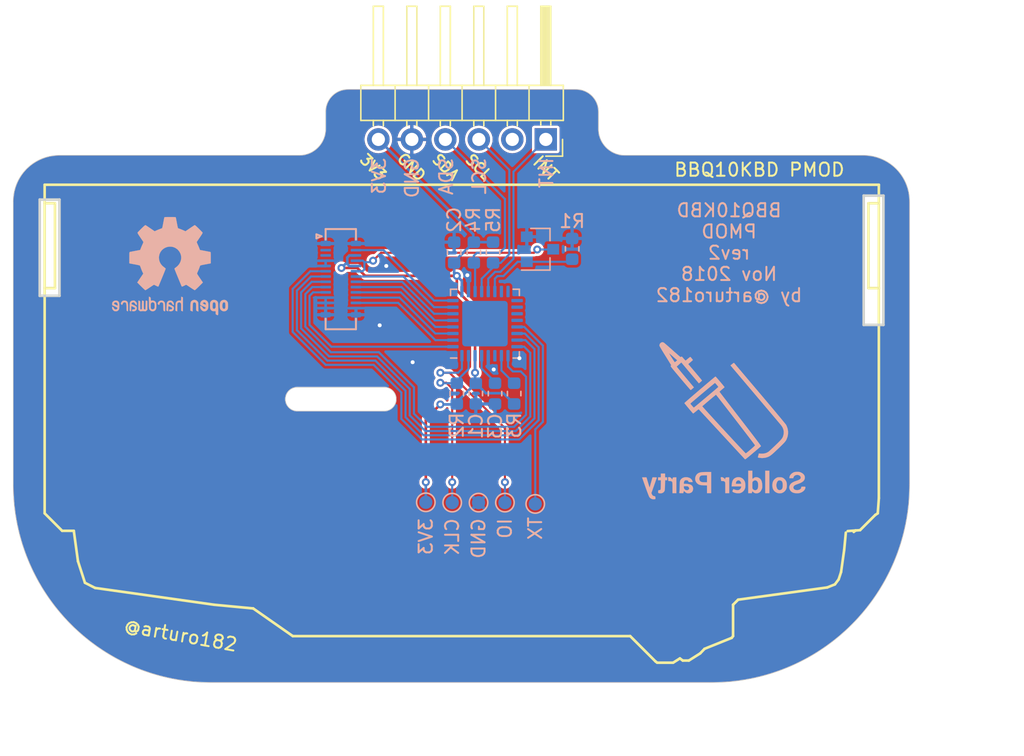
<source format=kicad_pcb>
(kicad_pcb (version 20221018) (generator pcbnew)
  (layers (0 "F.Cu" signal) (31 "B.Cu" signal) (34 "B.Paste" user) (35 "F.Paste" user) (36 "B.SilkS" user "B.Silkscreen") (37 "F.SilkS" user "F.Silkscreen") (38 "B.Mask" user) (39 "F.Mask" user) (44 "Edge.Cuts" user))
  (net 0 "")
  (net 1 "GND")
  (net 2 "+3V3")
  (net 3 "Net-(C3-Pad1)")
  (net 4 "/SDA")
  (net 5 "/SCL")
  (net 6 "Net-(J1-Pad2)")
  (net 7 "/INT")
  (net 8 "Net-(Q1-Pad3)")
  (net 9 "/BL_CTRL")
  (net 10 "Net-(R2-Pad1)")
  (net 11 "/~{RESET}")
  (net 12 "Net-(TP2-Pad1)")
  (net 13 "/ROW3")
  (net 14 "/ROW7")
  (net 15 "/ROW6")
  (net 16 "/ROW5")
  (net 17 "/ROW4")
  (net 18 "/COL5")
  (net 19 "/COL4")
  (net 20 "/COL3")
  (net 21 "/COL2")
  (net 22 "/ROW2")
  (net 23 "/COL1")
  (net 24 "/ROW1")
  (net 25 "Net-(U1-Pad3)")
  (net 26 "Net-(U1-Pad2)")
  (net 27 "Net-(U2-Pad20)")
  (net 28 "Net-(U2-Pad19)")
  (net 29 "Net-(U2-Pad18)")
  (net 30 "Net-(U2-Pad17)")
  (net 31 "Net-(U2-Pad16)")
  (net 32 "Net-(U2-Pad15)")
  (net 33 "Net-(U2-Pad27)")
  (net 34 "/UART_TX")
  (footprint "Connector_PinHeader_2.54mm_Extra:PMODPinHeader_1x06_P2.54mm_Horizontal" (layer "F.Cu") (at 154.4 80.8 -90)
    (fp_text reference "J1" hide)
    (fp_text value "PMOD")
    (pad "1" thru_hole rect (at 0 0 270) (size 1.7 1.7) (drill 1) (layers "*.Cu" "*.Mask") (net 7 "/INT"))
    (pad "2" thru_hole oval (at 0 2.54 270) (size 1.7 1.7) (drill 1) (layers "*.Cu" "*.Mask") (net 6 "Net-(J1-Pad2)"))
    (pad "3" thru_hole oval (at 0 5.08 270) (size 1.7 1.7) (drill 1) (layers "*.Cu" "*.Mask") (net 5 "/SCL"))
    (pad "4" thru_hole oval (at 0 7.62 270) (size 1.7 1.7) (drill 1) (layers "*.Cu" "*.Mask") (net 4 "/SDA"))
    (pad "5" thru_hole oval (at 0 10.16 270) (size 1.7 1.7) (drill 1) (layers "*.Cu" "*.Mask") (net 1 "GND"))
    (pad "6" thru_hole oval (at 0 12.7 270) (size 1.7 1.7) (drill 1) (layers "*.Cu" "*.Mask") (net 2 "+3V3"))
  )
  (footprint "Keyboard:BBQ10KBD" (layer "F.Cu") (at 148 101.3)
    (fp_text reference "REF**" hide)
    (fp_text value "BBQ10KBD")
    (fp_line (start -31.98798 -15.936106) (end -31.98798 -8.636106) (stroke (width 0.2)) (layer "Edge.Cuts"))
    (fp_line (start -31.98798 -8.636106) (end -30.48798 -8.636106) (stroke (width 0.2)) (layer "Edge.Cuts"))
    (fp_line (start -30.48798 -15.936106) (end -31.98798 -15.936106) (stroke (width 0.2)) (layer "Edge.Cuts"))
    (fp_line (start -30.48798 -8.636106) (end -30.48798 -15.936106) (stroke (width 0.2)) (layer "Edge.Cuts"))
    (fp_line (start 30.51202 -16.236106) (end 30.51202 -6.43) (stroke (width 0.2)) (layer "Edge.Cuts"))
    (fp_line (start 30.51202 -6.43) (end 32.01202 -6.43) (stroke (width 0.2)) (layer "Edge.Cuts"))
    (fp_line (start 32.01202 -16.236106) (end 30.51202 -16.236106) (stroke (width 0.2)) (layer "Edge.Cuts"))
    (fp_line (start 32.01202 -6.43) (end 32.01202 -16.236106) (stroke (width 0.2)) (layer "Edge.Cuts"))
  )
  (footprint "Capacitor_SMD:C_0603_1608Metric" (layer "B.Cu") (at 149.090697 100.07887 -90)
    (fp_text reference "C1" (at 2.47113 -0.009303 270) (layer "B.SilkS") (effects (justify mirror)))
    (fp_text value "0.1uF")
    (pad "1" smd roundrect (at -0.7875 0 270) (size 0.875 0.95) (layers "B.Cu" "B.Paste" "B.Mask") (net 2 "+3V3"))
    (pad "2" smd roundrect (at 0.7875 0 270) (size 0.875 0.95) (layers "B.Cu" "B.Paste" "B.Mask") (net 1 "GND"))
  )
  (footprint "Capacitor_SMD:C_0603_1608Metric" (layer "B.Cu") (at 147.45 89.37887 90)
    (fp_text reference "C2" (at 2.47887 0 90) (layer "B.SilkS") (effects (justify mirror)))
    (fp_text value "4.7uF")
    (pad "1" smd roundrect (at -0.7875 0 90) (size 0.875 0.95) (layers "B.Cu" "B.Paste" "B.Mask") (net 2 "+3V3"))
    (pad "2" smd roundrect (at 0.7875 0 90) (size 0.875 0.95) (layers "B.Cu" "B.Paste" "B.Mask") (net 1 "GND"))
  )
  (footprint "Capacitor_SMD:C_0603_1608Metric" (layer "B.Cu") (at 150.55 100.07887 -90)
    (fp_text reference "C3" (at 2.47113 -0.009303 270) (layer "B.SilkS") (effects (justify mirror)))
    (fp_text value "1uF")
    (pad "1" smd roundrect (at -0.7875 0 270) (size 0.875 0.95) (layers "B.Cu" "B.Paste" "B.Mask") (net 3 "Net-(C3-Pad1)"))
    (pad "2" smd roundrect (at 0.7875 0 270) (size 0.875 0.95) (layers "B.Cu" "B.Paste" "B.Mask") (net 1 "GND"))
  )
  (footprint "Package_TO_SOT_SMD:SOT-23" (layer "B.Cu") (at 153.959769 89.132639)
    (fp_text reference "Q1" hide)
    (fp_text value "BSS138")
    (pad "1" smd rect (at -1 0.95) (size 0.9 0.8) (layers "B.Cu" "B.Paste" "B.Mask") (net 9 "/BL_CTRL"))
    (pad "2" smd rect (at -1 -0.95) (size 0.9 0.8) (layers "B.Cu" "B.Paste" "B.Mask") (net 1 "GND"))
    (pad "3" smd rect (at 1 0) (size 0.9 0.8) (layers "B.Cu" "B.Paste" "B.Mask") (net 8 "Net-(Q1-Pad3)"))
  )
  (footprint "Resistor_SMD:R_0603_1608Metric" (layer "B.Cu") (at 147.65 100.07887 -90)
    (fp_text reference "R2" (at 2.42113 0 270) (layer "B.SilkS") (effects (justify mirror)))
    (fp_text value "1K")
    (pad "1" smd roundrect (at -0.7875 0 270) (size 0.875 0.95) (layers "B.Cu" "B.Paste" "B.Mask") (net 10 "Net-(R2-Pad1)"))
    (pad "2" smd roundrect (at 0.7875 0 270) (size 0.875 0.95) (layers "B.Cu" "B.Paste" "B.Mask") (net 2 "+3V3"))
  )
  (footprint "Resistor_SMD:R_0603_1608Metric" (layer "B.Cu") (at 152 100.07887 -90)
    (fp_text reference "R3" (at 2.42113 -0.009303 270) (layer "B.SilkS") (effects (justify mirror)))
    (fp_text value "10K")
    (pad "1" smd roundrect (at -0.7875 0 270) (size 0.875 0.95) (layers "B.Cu" "B.Paste" "B.Mask") (net 11 "/~{RESET}"))
    (pad "2" smd roundrect (at 0.7875 0 270) (size 0.875 0.95) (layers "B.Cu" "B.Paste" "B.Mask") (net 2 "+3V3"))
  )
  (footprint "Resistor_SMD:R_0603_1608Metric" (layer "B.Cu") (at 150.4 89.37887 90)
    (fp_text reference "R5" (at 2.47887 0.009303 90) (layer "B.SilkS") (effects (justify mirror)))
    (fp_text value "4.7K")
    (pad "1" smd roundrect (at -0.7875 0 90) (size 0.875 0.95) (layers "B.Cu" "B.Paste" "B.Mask") (net 5 "/SCL"))
    (pad "2" smd roundrect (at 0.7875 0 90) (size 0.875 0.95) (layers "B.Cu" "B.Paste" "B.Mask") (net 2 "+3V3"))
  )
  (footprint "Connector_Hirose_Extra:BM14B(0.8)-24DS-0.4V(53)" (layer "B.Cu") (at 138.85 91.4 -90)
    (fp_text reference "U1" hide)
    (fp_text value "BBQ10KBD")
    (pad "1" smd roundrect (at -2.7 1.15 270) (size 0.4 0.8) (layers "B.Cu" "B.Paste" "B.Mask") (net 1 "GND"))
    (pad "2" smd roundrect (at -2.2 1.15 270) (size 0.2 0.8) (layers "B.Cu" "B.Paste" "B.Mask") (net 26 "Net-(U1-Pad2)"))
    (pad "3" smd roundrect (at -1.8 1.15 270) (size 0.2 0.8) (layers "B.Cu" "B.Paste" "B.Mask") (net 25 "Net-(U1-Pad3)"))
    (pad "4" smd roundrect (at -1.4 1.15 270) (size 0.2 0.8) (layers "B.Cu" "B.Paste" "B.Mask") (net 1 "GND"))
    (pad "5" smd roundrect (at -1 1.15 270) (size 0.2 0.8) (layers "B.Cu" "B.Paste" "B.Mask") (net 1 "GND"))
    (pad "6" smd roundrect (at -0.6 1.15 270) (size 0.2 0.8) (layers "B.Cu" "B.Paste" "B.Mask") (net 24 "/ROW1"))
    (pad "7" smd roundrect (at -0.2 1.15 270) (size 0.2 0.8) (layers "B.Cu" "B.Paste" "B.Mask") (net 23 "/COL1"))
    (pad "8" smd roundrect (at 0.2 1.15 270) (size 0.2 0.8) (layers "B.Cu" "B.Paste" "B.Mask") (net 22 "/ROW2"))
    (pad "9" smd roundrect (at 0.6 1.15 270) (size 0.2 0.8) (layers "B.Cu" "B.Paste" "B.Mask") (net 21 "/COL2"))
    (pad "10" smd roundrect (at 1 1.15 270) (size 0.2 0.8) (layers "B.Cu" "B.Paste" "B.Mask") (net 20 "/COL3"))
    (pad "11" smd roundrect (at 1.4 1.15 270) (size 0.2 0.8) (layers "B.Cu" "B.Paste" "B.Mask") (net 1 "GND"))
    (pad "12" smd roundrect (at 1.8 1.15 270) (size 0.2 0.8) (layers "B.Cu" "B.Paste" "B.Mask") (net 1 "GND"))
    (pad "13" smd roundrect (at 2.2 1.15 270) (size 0.2 0.8) (layers "B.Cu" "B.Paste" "B.Mask") (net 1 "GND"))
    (pad "14" smd roundrect (at 2.7 1.15 270) (size 0.4 0.8) (layers "B.Cu" "B.Paste" "B.Mask") (net 1 "GND"))
    (pad "15" smd roundrect (at 2.7 -1.15 270) (size 0.4 0.8) (layers "B.Cu" "B.Paste" "B.Mask") (net 1 "GND"))
    (pad "16" smd roundrect (at 2.2 -1.15 270) (size 0.2 0.8) (layers "B.Cu" "B.Paste" "B.Mask") (net 1 "GND"))
    (pad "17" smd roundrect (at 1.8 -1.15 270) (size 0.2 0.8) (layers "B.Cu" "B.Paste" "B.Mask") (net 19 "/COL4"))
    (pad "18" smd roundrect (at 1.4 -1.15 270) (size 0.2 0.8) (layers "B.Cu" "B.Paste" "B.Mask") (net 13 "/ROW3"))
    (pad "19" smd roundrect (at 1 -1.15 270) (size 0.2 0.8) (layers "B.Cu" "B.Paste" "B.Mask") (net 18 "/COL5"))
    (pad "20" smd roundrect (at 0.6 -1.15 270) (size 0.2 0.8) (layers "B.Cu" "B.Paste" "B.Mask") (net 17 "/ROW4"))
    (pad "21" smd roundrect (at 0.2 -1.15 270) (size 0.2 0.8) (layers "B.Cu" "B.Paste" "B.Mask") (net 16 "/ROW5"))
    (pad "22" smd roundrect (at -0.2 -1.15 270) (size 0.2 0.8) (layers "B.Cu" "B.Paste" "B.Mask") (net 15 "/ROW6"))
    (pad "23" smd roundrect (at -0.6 -1.15 270) (size 0.2 0.8) (layers "B.Cu" "B.Paste" "B.Mask") (net 8 "Net-(Q1-Pad3)"))
    (pad "24" smd roundrect (at -1 -1.15 270) (size 0.2 0.8) (layers "B.Cu" "B.Paste" "B.Mask") (net 2 "+3V3"))
    (pad "25" smd roundrect (at -1.4 -1.15 270) (size 0.2 0.8) (layers "B.Cu" "B.Paste" "B.Mask") (net 8 "Net-(Q1-Pad3)"))
    (pad "26" smd roundrect (at -1.8 -1.15 270) (size 0.2 0.8) (layers "B.Cu" "B.Paste" "B.Mask") (net 2 "+3V3"))
    (pad "27" smd roundrect (at -2.2 -1.15 270) (size 0.2 0.8) (layers "B.Cu" "B.Paste" "B.Mask") (net 14 "/ROW7"))
    (pad "28" smd roundrect (at -2.7 -1.15 270) (size 0.4 0.8) (layers "B.Cu" "B.Paste" "B.Mask") (net 1 "GND"))
  )
  (footprint "Package_DFN_QFN:QFN-32-1EP_5x5mm_P0.5mm_EP3.45x3.45mm" (layer "B.Cu") (at 149.7857 94.773869)
    (fp_text reference "U2" hide)
    (fp_text value "ATSAMD20E16A")
    (pad "1" smd roundrect (at -2.4375 1.75) (size 0.875 0.25) (layers "B.Cu" "B.Paste" "B.Mask") (net 20 "/COL3"))
    (pad "2" smd roundrect (at -2.4375 1.25) (size 0.875 0.25) (layers "B.Cu" "B.Paste" "B.Mask") (net 19 "/COL4"))
    (pad "3" smd roundrect (at -2.4375 0.75) (size 0.875 0.25) (layers "B.Cu" "B.Paste" "B.Mask") (net 13 "/ROW3"))
    (pad "4" smd roundrect (at -2.4375 0.25) (size 0.875 0.25) (layers "B.Cu" "B.Paste" "B.Mask") (net 18 "/COL5"))
    (pad "5" smd roundrect (at -2.4375 -0.25) (size 0.875 0.25) (layers "B.Cu" "B.Paste" "B.Mask") (net 17 "/ROW4"))
    (pad "6" smd roundrect (at -2.4375 -0.75) (size 0.875 0.25) (layers "B.Cu" "B.Paste" "B.Mask") (net 16 "/ROW5"))
    (pad "7" smd roundrect (at -2.4375 -1.25) (size 0.875 0.25) (layers "B.Cu" "B.Paste" "B.Mask") (net 15 "/ROW6"))
    (pad "8" smd roundrect (at -2.4375 -1.75) (size 0.875 0.25) (layers "B.Cu" "B.Paste" "B.Mask") (net 14 "/ROW7"))
    (pad "9" smd roundrect (at -1.75 -2.4375) (size 0.25 0.875) (layers "B.Cu" "B.Paste" "B.Mask") (net 2 "+3V3"))
    (pad "10" smd roundrect (at -1.25 -2.4375) (size 0.25 0.875) (layers "B.Cu" "B.Paste" "B.Mask") (net 1 "GND"))
    (pad "11" smd roundrect (at -0.75 -2.4375) (size 0.25 0.875) (layers "B.Cu" "B.Paste" "B.Mask") (net 4 "/SDA"))
    (pad "12" smd roundrect (at -0.25 -2.4375) (size 0.25 0.875) (layers "B.Cu" "B.Paste" "B.Mask") (net 5 "/SCL"))
    (pad "13" smd roundrect (at 0.25 -2.4375) (size 0.25 0.875) (layers "B.Cu" "B.Paste" "B.Mask") (net 7 "/INT"))
    (pad "14" smd roundrect (at 0.75 -2.4375) (size 0.25 0.875) (layers "B.Cu" "B.Paste" "B.Mask") (net 9 "/BL_CTRL"))
    (pad "15" smd roundrect (at 1.25 -2.4375) (size 0.25 0.875) (layers "B.Cu" "B.Paste" "B.Mask") (net 32 "Net-(U2-Pad15)"))
    (pad "16" smd roundrect (at 1.75 -2.4375) (size 0.25 0.875) (layers "B.Cu" "B.Paste" "B.Mask") (net 31 "Net-(U2-Pad16)"))
    (pad "17" smd roundrect (at 2.4375 -1.75) (size 0.875 0.25) (layers "B.Cu" "B.Paste" "B.Mask") (net 30 "Net-(U2-Pad17)"))
    (pad "18" smd roundrect (at 2.4375 -1.25) (size 0.875 0.25) (layers "B.Cu" "B.Paste" "B.Mask") (net 29 "Net-(U2-Pad18)"))
    (pad "19" smd roundrect (at 2.4375 -0.75) (size 0.875 0.25) (layers "B.Cu" "B.Paste" "B.Mask") (net 28 "Net-(U2-Pad19)"))
    (pad "20" smd roundrect (at 2.4375 -0.25) (size 0.875 0.25) (layers "B.Cu" "B.Paste" "B.Mask") (net 27 "Net-(U2-Pad20)"))
    (pad "21" smd roundrect (at 2.4375 0.25) (size 0.875 0.25) (layers "B.Cu" "B.Paste" "B.Mask") (net 34 "/UART_TX"))
    (pad "22" smd roundrect (at 2.4375 0.75) (size 0.875 0.25) (layers "B.Cu" "B.Paste" "B.Mask") (net 24 "/ROW1"))
    (pad "23" smd roundrect (at 2.4375 1.25) (size 0.875 0.25) (layers "B.Cu" "B.Paste" "B.Mask") (net 23 "/COL1"))
    (pad "24" smd roundrect (at 2.4375 1.75) (size 0.875 0.25) (layers "B.Cu" "B.Paste" "B.Mask") (net 22 "/ROW2"))
    (pad "25" smd roundrect (at 1.75 2.4375) (size 0.25 0.875) (layers "B.Cu" "B.Paste" "B.Mask") (net 21 "/COL2"))
    (pad "26" smd roundrect (at 1.25 2.4375) (size 0.25 0.875) (layers "B.Cu" "B.Paste" "B.Mask") (net 11 "/~{RESET}"))
    (pad "27" smd roundrect (at 0.75 2.4375) (size 0.25 0.875) (layers "B.Cu" "B.Paste" "B.Mask") (net 33 "Net-(U2-Pad27)"))
    (pad "28" smd roundrect (at 0.25 2.4375) (size 0.25 0.875) (layers "B.Cu" "B.Paste" "B.Mask") (net 1 "GND"))
    (pad "29" smd roundrect (at -0.25 2.4375) (size 0.25 0.875) (layers "B.Cu" "B.Paste" "B.Mask") (net 3 "Net-(C3-Pad1)"))
    (pad "30" smd roundrect (at -0.75 2.4375) (size 0.25 0.875) (layers "B.Cu" "B.Paste" "B.Mask") (net 2 "+3V3"))
    (pad "31" smd roundrect (at -1.25 2.4375) (size 0.25 0.875) (layers "B.Cu" "B.Paste" "B.Mask") (net 10 "Net-(R2-Pad1)"))
    (pad "32" smd roundrect (at -1.75 2.4375) (size 0.25 0.875) (layers "B.Cu" "B.Paste" "B.Mask") (net 12 "Net-(TP2-Pad1)"))
    (pad "33" smd roundrect (at 0 0) (size 3.45 3.45) (layers "B.Cu" "B.Mask") (roundrect_rratio 0.072464))
  )
  (footprint "Resistor_SMD:R_0603_1608Metric" (layer "B.Cu") (at 156.4 89.1 -90)
    (fp_text reference "R1" (at -2.1 0) (layer "B.SilkS") (effects (justify mirror)))
    (fp_text value "10K")
    (pad "1" smd roundrect (at -0.7875 0 270) (size 0.875 0.95) (layers "B.Cu" "B.Paste" "B.Mask") (net 1 "GND"))
    (pad "2" smd roundrect (at 0.7875 0 270) (size 0.875 0.95) (layers "B.Cu" "B.Paste" "B.Mask") (net 9 "/BL_CTRL"))
  )
  (footprint "Resistor_SMD:R_0603_1608Metric" (layer "B.Cu") (at 148.940697 89.37887 90)
    (fp_text reference "R4" (at 2.47887 -0.040697 90) (layer "B.SilkS") (effects (justify mirror)))
    (fp_text value "4.7K")
    (pad "1" smd roundrect (at -0.7875 0 90) (size 0.875 0.95) (layers "B.Cu" "B.Paste" "B.Mask") (net 4 "/SDA"))
    (pad "2" smd roundrect (at 0.7875 0 90) (size 0.875 0.95) (layers "B.Cu" "B.Paste" "B.Mask") (net 2 "+3V3"))
  )
  (footprint "Symbol:OSHW-Logo2_9.8x8mm_SilkScreen" (layer "B.Cu") (at 125.9 90.4 180)
    (fp_text reference "REF**" hide)
    (fp_text value "OSHW-Logo2_9.8x8mm_SilkScreen" hide)
  )
  (footprint "Symbols_Extra:SolderParty-Logo_14.6x13.5mm_SilkScreen" (layer "B.Cu") (at 167.9 102.1 180)
    (fp_text reference "G***" hide)
    (fp_text value "LOGO" hide)
  )
  (footprint "TestPoint:TestPoint_Pad_D1.0mm" (layer "B.Cu") (at 149.3 108.35)
    (fp_text reference "TP5" hide)
    (fp_text value "GND")
    (pad "1" smd circle (at 0 0) (size 1 1) (layers "B.Cu" "B.Mask") (net 1 "GND"))
  )
  (footprint "TestPoint:TestPoint_Pad_D1.0mm" (layer "B.Cu") (at 147.3 108.35)
    (fp_text reference "TP1" hide)
    (fp_text value "TP_SWCLK")
    (pad "1" smd circle (at 0 0) (size 1 1) (layers "B.Cu" "B.Mask") (net 10 "Net-(R2-Pad1)"))
  )
  (footprint "TestPoint:TestPoint_Pad_D1.0mm" (layer "B.Cu") (at 145.3 108.324999)
    (fp_text reference "TP4" hide)
    (fp_text value "VDD")
    (pad "1" smd circle (at 0 0) (size 1 1) (layers "B.Cu" "B.Mask") (net 2 "+3V3"))
  )
  (footprint "TestPoint:TestPoint_Pad_D1.0mm" (layer "B.Cu") (at 153.6 108.45)
    (fp_text reference "TP3" hide)
    (fp_text value "UART_TX")
    (pad "1" smd circle (at 0 0) (size 1 1) (layers "B.Cu" "B.Mask") (net 34 "/UART_TX"))
  )
  (footprint "TestPoint:TestPoint_Pad_D1.0mm" (layer "B.Cu") (at 151.3 108.35)
    (fp_text reference "TP2" hide)
    (fp_text value "TP_SWDIO")
    (pad "1" smd circle (at 0 0) (size 1 1) (layers "B.Cu" "B.Mask") (net 12 "Net-(TP2-Pad1)"))
  )
  (gr_arc (start 137.7 78.7) (mid 138.197918 77.497918) (end 139.4 77) (stroke (width 0.05)) (layer "Edge.Cuts"))
  (gr_arc (start 156.7 77) (mid 157.902082 77.497918) (end 158.4 78.7) (stroke (width 0.05)) (layer "Edge.Cuts"))
  (gr_arc (start 160.4 82) (mid 158.985786 81.414214) (end 158.4 80) (stroke (width 0.05)) (layer "Edge.Cuts"))
  (gr_line (start 160.4 82) (end 178.5 82) (stroke (width 0.05)) (layer "Edge.Cuts"))
  (gr_arc (start 129 122) (mid 118.393398 117.606602) (end 114 107) (stroke (width 0.05)) (layer "Edge.Cuts"))
  (gr_arc (start 114 85.5) (mid 115.025126 83.025126) (end 117.5 82) (stroke (width 0.05)) (layer "Edge.Cuts"))
  (gr_line (start 137.7 78.7) (end 137.7 80) (stroke (width 0.05)) (layer "Edge.Cuts"))
  (gr_arc (start 137.7 80) (mid 137.114214 81.414214) (end 135.7 82) (stroke (width 0.05)) (layer "Edge.Cuts"))
  (gr_line (start 135.55 99.6) (end 142.15 99.6) (stroke (width 0.05)) (layer "Edge.Cuts"))
  (gr_arc (start 142.15 99.6) (mid 143.05 100.5) (end 142.15 101.4) (stroke (width 0.05)) (layer "Edge.Cuts"))
  (gr_arc (start 135.55 101.4) (mid 134.65 100.5) (end 135.55 99.6) (stroke (width 0.05)) (layer "Edge.Cuts"))
  (gr_line (start 142.15 101.4) (end 135.55 101.4) (stroke (width 0.05)) (layer "Edge.Cuts"))
  (gr_line (start 158.4 78.7) (end 158.4 80) (stroke (width 0.05)) (layer "Edge.Cuts"))
  (gr_line (start 139.4 77) (end 156.7 77) (stroke (width 0.05)) (layer "Edge.Cuts"))
  (gr_line (start 167 122) (end 129 122) (stroke (width 0.05)) (layer "Edge.Cuts"))
  (gr_line (start 117.5 82) (end 135.7 82) (stroke (width 0.05)) (layer "Edge.Cuts"))
  (gr_arc (start 182 107) (mid 177.606602 117.606602) (end 167 122) (stroke (width 0.05)) (layer "Edge.Cuts"))
  (gr_line (start 182 85.5) (end 182 107) (stroke (width 0.05)) (layer "Edge.Cuts"))
  (gr_arc (start 178.5 82) (mid 180.974874 83.025126) (end 182 85.5) (stroke (width 0.05)) (layer "Edge.Cuts"))
  (gr_line (start 114 85.5) (end 114 107) (stroke (width 0.05)) (layer "Edge.Cuts"))
  (gr_text "CLK" (at 147.3 109.45 90) (layer "B.SilkS") (effects (font (size 1 1)) (justify left mirror)))
  (gr_text "GND" (at 149.3 109.45 90) (layer "B.SilkS") (effects (font (size 1 1)) (justify left mirror)))
  (gr_text "IO" (at 151.3 109.45 90) (layer "B.SilkS") (effects (font (size 1 1)) (justify left mirror)))
  (gr_text "TX" (at 153.6 109.35 90) (layer "B.SilkS") (effects (font (size 1 1)) (justify left mirror)))
  (gr_text "3V3" (at 141.75 82.1 90) (layer "B.SilkS") (effects (font (size 1 1)) (justify left mirror)))
  (gr_text "GND" (at 144.25 82.1 90) (layer "B.SilkS") (effects (font (size 1 1)) (justify left mirror)))
  (gr_text "SDA\n" (at 146.85 82.1 90) (layer "B.SilkS") (effects (font (size 1 1)) (justify left mirror)))
  (gr_text "SCL" (at 149.35 82.1 90) (layer "B.SilkS") (effects (font (size 1 1)) (justify left mirror)))
  (gr_text "INT" (at 154.45 82.1 90) (layer "B.SilkS") (effects (font (size 1 1)) (justify left mirror)))
  (gr_text "3V3" (at 145.3 109.45 90) (layer "B.SilkS") (effects (font (size 1 1)) (justify left mirror)))
  (gr_text "BBQ10KBD\nPMOD\nrev2\nNov 2018\nby @arturo182" (at 168.3 89.4) (layer "B.SilkS") (effects (font (size 1 1)) (justify mirror)))
  (gr_text "GND" (at 144.2 82.9 315) (layer "F.SilkS") (effects (font (size 0.8 0.8))))
  (gr_text "SDA" (at 146.8 82.9 315) (layer "F.SilkS") (effects (font (size 0.8 0.8))))
  (gr_text "SCL" (at 149.3 82.9 315) (layer "F.SilkS") (effects (font (size 0.8 0.8))))
  (gr_text "INT" (at 154.4 83 315) (layer "F.SilkS") (effects (font (size 0.9 0.9))))
  (gr_text "3V3" (at 141.3 82.9 315) (layer "F.SilkS") (effects (font (size 0.8 0.8))))
  (gr_text "@arturo182" (at 126.7 118.4 350) (layer "F.SilkS") (effects (font (size 1 1))))
  (gr_text "BBQ10KBD PMOD" (at 170.6 83.1) (layer "F.SilkS") (effects (font (size 1 1))))
  (via (at 144.3 97.7) (size 0.6) (drill 0.3) (layers "F.Cu" "B.Cu") (net 1))
  (via (at 148.45 91.1) (size 0.6) (drill 0.3) (layers "F.Cu" "B.Cu") (net 1))
  (via (at 142.3 90.4) (size 0.6) (drill 0.3) (layers "F.Cu" "B.Cu") (net 1))
  (via (at 150.45 98.25) (size 0.6) (drill 0.3) (layers "F.Cu" "B.Cu") (net 1))
  (via (at 152.4 97.4) (size 0.6) (drill 0.3) (layers "F.Cu" "B.Cu") (net 1))
  (via (at 141.8 94.9) (size 0.6) (drill 0.3) (layers "F.Cu" "B.Cu") (net 1))
  (segment (start 148.5357 91.1857) (end 148.45 91.1) (width 0.16) (layer "B.Cu") (net 1))
  (segment (start 148.5357 92.336369) (end 148.5357 91.1857) (width 0.16) (layer "B.Cu") (net 1))
  (segment (start 137.7 90.4) (end 136.85 90.4) (width 0.16) (layer "B.Cu") (net 1))
  (segment (start 140 93.6) (end 139.15 93.6) (width 0.16) (layer "B.Cu") (net 1))
  (segment (start 150.0357 97.8357) (end 150.45 98.25) (width 0.16) (layer "B.Cu") (net 1))
  (segment (start 137.7 90) (end 136.7 90) (width 0.16) (layer "B.Cu") (net 1))
  (segment (start 137.7 92.8) (end 136.8 92.8) (width 0.16) (layer "B.Cu") (net 1))
  (segment (start 150.0357 97.211369) (end 150.0357 97.8357) (width 0.16) (layer "B.Cu") (net 1))
  (segment (start 149.0357 98.5) (end 149.0357 93.6357) (width 0.2) (layer "F.Cu") (net 2))
  (segment (start 145.3 102) (end 146.4 100.9) (width 0.2) (layer "F.Cu") (net 2))
  (segment (start 145.3 106.8) (end 145.3 102) (width 0.2) (layer "F.Cu") (net 2))
  (segment (start 140.1 90.55) (end 140.7 91.15) (width 0.2) (layer "F.Cu") (net 2))
  (segment (start 149.0357 93.6357) (end 147.65 92.25) (width 0.2) (layer "F.Cu") (net 2))
  (segment (start 140.7 91.15) (end 147.225736 91.15) (width 0.2) (layer "F.Cu") (net 2))
  (segment (start 147.65 92.25) (end 147.65 91.15) (width 0.2) (layer "F.Cu") (net 2))
  (segment (start 138.9 90.55) (end 140.1 90.55) (width 0.2) (layer "F.Cu") (net 2))
  (segment (start 147.225736 91.15) (end 147.65 91.15) (width 0.2) (layer "F.Cu") (net 2))
  (via (at 138.9 90.55) (size 0.6) (drill 0.3) (layers "F.Cu" "B.Cu") (net 2))
  (via (at 146.4 100.9) (size 0.6) (drill 0.3) (layers "F.Cu" "B.Cu") (net 2))
  (via (at 149.0357 98.5) (size 0.6) (drill 0.3) (layers "F.Cu" "B.Cu") (net 2))
  (via (at 145.3 106.8) (size 0.6) (drill 0.3) (layers "F.Cu" "B.Cu") (net 2))
  (via (at 147.65 91.15) (size 0.6) (drill 0.3) (layers "F.Cu" "B.Cu") (net 2))
  (segment (start 148.0357 91.5357) (end 147.65 91.15) (width 0.2) (layer "B.Cu") (net 2))
  (segment (start 147.65 100.732067) (end 147.65 100.86637) (width 0.2) (layer "B.Cu") (net 2))
  (segment (start 140 89.6) (end 139.5 89.6) (width 0.2) (layer "B.Cu") (net 2))
  (segment (start 148.940697 88.59137) (end 147.45 90.082067) (width 0.2) (layer "B.Cu") (net 2))
  (segment (start 139.21001 90.23999) (end 138.9 90.55) (width 0.2) (layer "B.Cu") (net 2))
  (segment (start 149.0357 97.511369) (end 149.0357 98.6) (width 0.2) (layer "B.Cu") (net 2))
  (segment (start 149.090697 99.29137) (end 147.65 100.732067) (width 0.2) (layer "B.Cu") (net 2))
  (segment (start 139.33999 89.76001) (end 139.33999 90.23999) (width 0.2) (layer "B.Cu") (net 2))
  (segment (start 139.5 89.6) (end 139.33999 89.76001) (width 0.2) (layer "B.Cu") (net 2))
  (segment (start 141.7 80.8) (end 148.9 88) (width 0.2) (layer "B.Cu") (net 2))
  (segment (start 148.0357 92.336369) (end 148.0357 91.5357) (width 0.2) (layer "B.Cu") (net 2))
  (segment (start 147.45 90.95) (end 147.45 90.16637) (width 0.2) (layer "B.Cu") (net 2))
  (segment (start 147.45 90.082067) (end 147.45 90.16637) (width 0.2) (layer "B.Cu") (net 2))
  (segment (start 149.0357 98.6) (end 149.0357 98.5) (width 0.2) (layer "B.Cu") (net 2))
  (segment (start 150.4 88.59137) (end 148.940697 88.59137) (width 0.2) (layer "B.Cu") (net 2))
  (segment (start 139.33999 90.23999) (end 139.21001 90.23999) (width 0.2) (layer "B.Cu") (net 2))
  (segment (start 149.0357 98.6) (end 149.0357 99.236373) (width 0.2) (layer "B.Cu") (net 2))
  (segment (start 148.9 88.550673) (end 148.940697 88.59137) (width 0.2) (layer "B.Cu") (net 2))
  (segment (start 147.65 91.15) (end 147.45 90.95) (width 0.2) (layer "B.Cu") (net 2))
  (segment (start 151.18363 100.05) (end 149.849327 100.05) (width 0.2) (layer "B.Cu") (net 2))
  (segment (start 149.849327 100.05) (end 149.552309 99.752982) (width 0.2) (layer "B.Cu") (net 2))
  (segment (start 145.3 108.324999) (end 145.3 106.8) (width 0.2) (layer "B.Cu") (net 2))
  (segment (start 139.5 90.4) (end 140 90.4) (width 0.2) (layer "B.Cu") (net 2))
  (segment (start 147.61637 100.9) (end 147.65 100.86637) (width 0.2) (layer "B.Cu") (net 2))
  (segment (start 139.33999 90.23999) (end 139.5 90.4) (width 0.2) (layer "B.Cu") (net 2))
  (segment (start 149.0357 99.236373) (end 149.090697 99.29137) (width 0.2) (layer "B.Cu") (net 2))
  (segment (start 149.552309 99.752982) (end 149.090697 99.29137) (width 0.2) (layer "B.Cu") (net 2))
  (segment (start 148.9 88) (end 148.9 88.550673) (width 0.2) (layer "B.Cu") (net 2))
  (segment (start 146.4 100.9) (end 147.61637 100.9) (width 0.2) (layer "B.Cu") (net 2))
  (segment (start 152 100.86637) (end 151.18363 100.05) (width 0.2) (layer "B.Cu") (net 2))
  (segment (start 150.55 99.29137) (end 150.55 99.2) (width 0.16) (layer "B.Cu") (net 3))
  (segment (start 149.5357 97.211369) (end 149.5357 97.7) (width 0.16) (layer "B.Cu") (net 3))
  (segment (start 149.5357 98.1857) (end 149.5357 97.7) (width 0.16) (layer "B.Cu") (net 3))
  (segment (start 149.5357 97.7) (end 149.5357 97.511369) (width 0.16) (layer "B.Cu") (net 3))
  (segment (start 150.55 99.2) (end 149.5357 98.1857) (width 0.16) (layer "B.Cu") (net 3))
  (segment (start 150.9 89.4) (end 151.3 89) (width 0.16) (layer "B.Cu") (net 4))
  (segment (start 148.940697 90.16637) (end 148.940697 89.62887) (width 0.16) (layer "B.Cu") (net 4))
  (segment (start 151.3 85.32) (end 146.8 80.82) (width 0.16) (layer "B.Cu") (net 4))
  (segment (start 149.0357 90.261373) (end 148.940697 90.16637) (width 0.16) (layer "B.Cu") (net 4))
  (segment (start 149.0357 92.336369) (end 149.0357 90.261373) (width 0.16) (layer "B.Cu") (net 4))
  (segment (start 146.8 80.82) (end 146.78 80.8) (width 0.16) (layer "B.Cu") (net 4))
  (segment (start 148.940697 89.62887) (end 149.169567 89.4) (width 0.16) (layer "B.Cu") (net 4))
  (segment (start 151.3 89) (end 151.3 85.32) (width 0.16) (layer "B.Cu") (net 4))
  (segment (start 149.169567 89.4) (end 150.9 89.4) (width 0.16) (layer "B.Cu") (net 4))
  (segment (start 149.5357 91.6643) (end 149.5357 92.336369) (width 0.16) (layer "B.Cu") (net 5))
  (segment (start 151.629989 89.511381) (end 150.975 90.16637) (width 0.16) (layer "B.Cu") (net 5))
  (segment (start 150.4 90.5) (end 149.5357 91.3643) (width 0.16) (layer "B.Cu") (net 5))
  (segment (start 149.32 80.8) (end 151.629989 83.109989) (width 0.16) (layer "B.Cu") (net 5))
  (segment (start 151.629989 83.109989) (end 151.629989 89.511381) (width 0.16) (layer "B.Cu") (net 5))
  (segment (start 149.5357 91.3643) (end 149.5357 91.6643) (width 0.16) (layer "B.Cu") (net 5))
  (segment (start 150.975 90.16637) (end 150.4 90.16637) (width 0.16) (layer "B.Cu") (net 5))
  (segment (start 150.4 90.16637) (end 150.4 90.5) (width 0.16) (layer "B.Cu") (net 5))
  (segment (start 150.0357 92.336369) (end 150.0357 91.6643) (width 0.16) (layer "B.Cu") (net 7))
  (segment (start 150.95612 90.84388) (end 151.95 89.85) (width 0.16) (layer "B.Cu") (net 7))
  (segment (start 150.0357 91.3643) (end 150.0357 91.6643) (width 0.16) (layer "B.Cu") (net 7))
  (segment (start 151.95 89.85) (end 151.95 83.25) (width 0.16) (layer "B.Cu") (net 7))
  (segment (start 150.0357 91.3643) (end 150.55612 90.84388) (width 0.16) (layer "B.Cu") (net 7))
  (segment (start 150.55612 90.84388) (end 150.95612 90.84388) (width 0.16) (layer "B.Cu") (net 7))
  (segment (start 151.95 83.25) (end 154.4 80.8) (width 0.16) (layer "B.Cu") (net 7))
  (segment (start 141.3 90) (end 141.9 89.4) (width 0.16) (layer "F.Cu") (net 8))
  (segment (start 153.5 89.4) (end 153.75 89.15) (width 0.16) (layer "F.Cu") (net 8))
  (segment (start 141.9 89.4) (end 153.5 89.4) (width 0.16) (layer "F.Cu") (net 8))
  (via (at 141.3 90) (size 0.6) (drill 0.3) (layers "F.Cu" "B.Cu") (net 8))
  (via (at 153.75 89.15) (size 0.6) (drill 0.3) (layers "F.Cu" "B.Cu") (net 8))
  (segment (start 140.5 90) (end 140 90) (width 0.16) (layer "B.Cu") (net 8))
  (segment (start 140.5 90.8) (end 140.64001 90.65999) (width 0.16) (layer "B.Cu") (net 8))
  (segment (start 153.75 89.15) (end 154.942408 89.15) (width 0.16) (layer "B.Cu") (net 8))
  (segment (start 140.530118 90) (end 140.5 90) (width 0.16) (layer "B.Cu") (net 8))
  (segment (start 141.190108 90.109892) (end 141.3 90) (width 0.16) (layer "B.Cu") (net 8))
  (segment (start 154.942408 89.15) (end 154.959769 89.132639) (width 0.16) (layer "B.Cu") (net 8))
  (segment (start 140.64001 90.65999) (end 140.64001 90.109892) (width 0.16) (layer "B.Cu") (net 8))
  (segment (start 140.64001 90.109892) (end 140.530118 90) (width 0.16) (layer "B.Cu") (net 8))
  (segment (start 140 90.8) (end 140.5 90.8) (width 0.16) (layer "B.Cu") (net 8))
  (segment (start 140.64001 90.109892) (end 141.190108 90.109892) (width 0.16) (layer "B.Cu") (net 8))
  (segment (start 156.204861 90.082639) (end 156.4 89.8875) (width 0.16) (layer "B.Cu") (net 9))
  (segment (start 151.18611 91.16389) (end 152.267361 90.082639) (width 0.16) (layer "B.Cu") (net 9))
  (segment (start 150.5357 92.336369) (end 150.5357 91.3643) (width 0.16) (layer "B.Cu") (net 9))
  (segment (start 152.267361 90.082639) (end 152.959769 90.082639) (width 0.16) (layer "B.Cu") (net 9))
  (segment (start 152.959769 90.082639) (end 156.204861 90.082639) (width 0.16) (layer "B.Cu") (net 9))
  (segment (start 150.5357 91.3643) (end 150.73611 91.16389) (width 0.16) (layer "B.Cu") (net 9))
  (segment (start 150.73611 91.16389) (end 151.18611 91.16389) (width 0.16) (layer "B.Cu") (net 9))
  (segment (start 152.717361 90.082639) (end 152.959769 90.082639) (width 0.16) (layer "B.Cu") (net 9))
  (segment (start 147.3 99.7) (end 147.3 106.8) (width 0.16) (layer "F.Cu") (net 10))
  (segment (start 146.4 99.260003) (end 146.860003 99.260003) (width 0.16) (layer "F.Cu") (net 10))
  (segment (start 146.860003 99.260003) (end 147.3 99.7) (width 0.16) (layer "F.Cu") (net 10))
  (via (at 146.4 99.260003) (size 0.6) (drill 0.3) (layers "F.Cu" "B.Cu") (net 10))
  (via (at 147.3 106.8) (size 0.6) (drill 0.3) (layers "F.Cu" "B.Cu") (net 10))
  (segment (start 148.5357 97.511369) (end 148.5357 97.7) (width 0.16) (layer "B.Cu") (net 10))
  (segment (start 147.65 99.1) (end 147.65 99.29137) (width 0.16) (layer "B.Cu") (net 10))
  (segment (start 146.431367 99.29137) (end 146.4 99.260003) (width 0.16) (layer "B.Cu") (net 10))
  (segment (start 148.5357 98.2143) (end 147.65 99.1) (width 0.16) (layer "B.Cu") (net 10))
  (segment (start 148.5357 97.211369) (end 148.5357 97.7) (width 0.16) (layer "B.Cu") (net 10))
  (segment (start 148.5357 97.7) (end 148.5357 98.2143) (width 0.16) (layer "B.Cu") (net 10))
  (segment (start 147.3 106.8) (end 147.3 108.35) (width 0.16) (layer "B.Cu") (net 10))
  (segment (start 147.05863 99.29137) (end 146.431367 99.29137) (width 0.16) (layer "B.Cu") (net 10))
  (segment (start 147.65 99.29137) (end 147.05863 99.29137) (width 0.16) (layer "B.Cu") (net 10))
  (segment (start 151.0357 98.32707) (end 151.0357 97.511369) (width 0.16) (layer "B.Cu") (net 11))
  (segment (start 152 99.29137) (end 151.0357 98.32707) (width 0.16) (layer "B.Cu") (net 11))
  (segment (start 147.1 98.5) (end 151.3 102.7) (width 0.16) (layer "F.Cu") (net 12))
  (segment (start 146.4 98.5) (end 147.1 98.5) (width 0.16) (layer "F.Cu") (net 12))
  (segment (start 151.3 102.7) (end 151.3 106.8) (width 0.16) (layer "F.Cu") (net 12))
  (via (at 151.3 106.8) (size 0.6) (drill 0.3) (layers "F.Cu" "B.Cu") (net 12))
  (via (at 146.4 98.5) (size 0.6) (drill 0.3) (layers "F.Cu" "B.Cu") (net 12))
  (segment (start 148.0357 97.211369) (end 148.0357 98.2143) (width 0.16) (layer "B.Cu") (net 12))
  (segment (start 147.15 98.5) (end 146.4 98.5) (width 0.16) (layer "B.Cu") (net 12))
  (segment (start 151.3 106.8) (end 151.3 108.35) (width 0.16) (layer "B.Cu") (net 12))
  (segment (start 147.75 98.5) (end 147.15 98.5) (width 0.16) (layer "B.Cu") (net 12))
  (segment (start 148.0357 98.2143) (end 147.75 98.5) (width 0.16) (layer "B.Cu") (net 12))
  (segment (start 146.8107 95.523869) (end 147.3482 95.523869) (width 0.16) (layer "B.Cu") (net 13))
  (segment (start 140 92.8) (end 143.3 92.8) (width 0.16) (layer "B.Cu") (net 13))
  (segment (start 146.023869 95.523869) (end 146.8107 95.523869) (width 0.16) (layer "B.Cu") (net 13))
  (segment (start 143.3 92.8) (end 146.023869 95.523869) (width 0.16) (layer "B.Cu") (net 13))
  (segment (start 145.923869 93.023869) (end 147.3482 93.023869) (width 0.16) (layer "B.Cu") (net 14))
  (segment (start 142.1 89.2) (end 145.923869 93.023869) (width 0.16) (layer "B.Cu") (net 14))
  (segment (start 140 89.2) (end 142.1 89.2) (width 0.16) (layer "B.Cu") (net 14))
  (segment (start 146.8107 93.523869) (end 147.3482 93.523869) (width 0.16) (layer "B.Cu") (net 15))
  (segment (start 140 91.2) (end 143.6 91.2) (width 0.16) (layer "B.Cu") (net 15))
  (segment (start 145.923869 93.523869) (end 146.8107 93.523869) (width 0.16) (layer "B.Cu") (net 15))
  (segment (start 143.6 91.2) (end 145.923869 93.523869) (width 0.16) (layer "B.Cu") (net 15))
  (segment (start 143.505124 91.6) (end 145.928993 94.023869) (width 0.16) (layer "B.Cu") (net 16))
  (segment (start 145.928993 94.023869) (end 146.8107 94.023869) (width 0.16) (layer "B.Cu") (net 16))
  (segment (start 146.8107 94.023869) (end 147.3482 94.023869) (width 0.16) (layer "B.Cu") (net 16))
  (segment (start 140 91.6) (end 143.505124 91.6) (width 0.16) (layer "B.Cu") (net 16))
  (segment (start 146.8107 94.523869) (end 147.3482 94.523869) (width 0.16) (layer "B.Cu") (net 17))
  (segment (start 145.976431 94.523869) (end 146.8107 94.523869) (width 0.16) (layer "B.Cu") (net 17))
  (segment (start 140 92) (end 143.452562 92) (width 0.16) (layer "B.Cu") (net 17))
  (segment (start 143.452562 92) (end 145.976431 94.523869) (width 0.16) (layer "B.Cu") (net 17))
  (segment (start 140 92.4) (end 143.4 92.4) (width 0.16) (layer "B.Cu") (net 18))
  (segment (start 146.8107 95.023869) (end 147.3482 95.023869) (width 0.16) (layer "B.Cu") (net 18))
  (segment (start 143.4 92.4) (end 146.023869 95.023869) (width 0.16) (layer "B.Cu") (net 18))
  (segment (start 146.023869 95.023869) (end 146.8107 95.023869) (width 0.16) (layer "B.Cu") (net 18))
  (segment (start 140 93.2) (end 143.2 93.2) (width 0.16) (layer "B.Cu") (net 19))
  (segment (start 146.8107 96.023869) (end 147.3482 96.023869) (width 0.16) (layer "B.Cu") (net 19))
  (segment (start 146.023869 96.023869) (end 146.8107 96.023869) (width 0.16) (layer "B.Cu") (net 19))
  (segment (start 143.2 93.2) (end 146.023869 96.023869) (width 0.16) (layer "B.Cu") (net 19))
  (segment (start 136.479995 92.667443) (end 136.479995 94.869747) (width 0.16) (layer "B.Cu") (net 20))
  (segment (start 137.7 92.4) (end 136.747438 92.4) (width 0.16) (layer "B.Cu") (net 20))
  (segment (start 146.8107 96.523869) (end 147.3482 96.523869) (width 0.16) (layer "B.Cu") (net 20))
  (segment (start 136.479995 94.869747) (end 138.134117 96.523869) (width 0.16) (layer "B.Cu") (net 20))
  (segment (start 136.747438 92.4) (end 136.479995 92.667443) (width 0.16) (layer "B.Cu") (net 20))
  (segment (start 138.134117 96.523869) (end 146.8107 96.523869) (width 0.16) (layer "B.Cu") (net 20))
  (segment (start 141.73997 96.939967) (end 138.097653 96.939967) (width 0.16) (layer "B.Cu") (net 21))
  (segment (start 151.989749 102.6) (end 145.4 102.6) (width 0.16) (layer "B.Cu") (net 21))
  (segment (start 152.5 98.4) (end 152.899997 98.799997) (width 0.16) (layer "B.Cu") (net 21))
  (segment (start 151.9 98.4) (end 152.5 98.4) (width 0.16) (layer "B.Cu") (net 21))
  (segment (start 136.159984 92.534892) (end 136.694877 92) (width 0.16) (layer "B.Cu") (net 21))
  (segment (start 151.5357 97.211369) (end 151.5357 98.0357) (width 0.16) (layer "B.Cu") (net 21))
  (segment (start 145.4 102.6) (end 144.4 101.6) (width 0.16) (layer "B.Cu") (net 21))
  (segment (start 144.4 101.6) (end 144.4 99.599997) (width 0.16) (layer "B.Cu") (net 21))
  (segment (start 136.159984 95.002298) (end 136.159984 92.534892) (width 0.16) (layer "B.Cu") (net 21))
  (segment (start 151.5357 98.0357) (end 151.9 98.4) (width 0.16) (layer "B.Cu") (net 21))
  (segment (start 138.097653 96.939967) (end 136.159984 95.002298) (width 0.16) (layer "B.Cu") (net 21))
  (segment (start 152.899997 101.689752) (end 151.989749 102.6) (width 0.16) (layer "B.Cu") (net 21))
  (segment (start 144.4 99.599997) (end 141.73997 96.939967) (width 0.16) (layer "B.Cu") (net 21))
  (segment (start 136.694877 92) (end 137.7 92) (width 0.16) (layer "B.Cu") (net 21))
  (segment (start 152.899997 98.799997) (end 152.899997 101.689752) (width 0.16) (layer "B.Cu") (net 21))
  (segment (start 153.220008 96.983177) (end 152.7607 96.523869) (width 0.16) (layer "B.Cu") (net 22))
  (segment (start 135.839973 92.40234) (end 135.839973 95.13485) (width 0.16) (layer "B.Cu") (net 22))
  (segment (start 136.642314 91.6) (end 135.839973 92.40234) (width 0.16) (layer "B.Cu") (net 22))
  (segment (start 137.7 91.6) (end 136.642314 91.6) (width 0.16) (layer "B.Cu") (net 22))
  (segment (start 145.267448 102.920011) (end 152.122301 102.920011) (width 0.16) (layer "B.Cu") (net 22))
  (segment (start 144.079989 101.732552) (end 145.267448 102.920011) (width 0.16) (layer "B.Cu") (net 22))
  (segment (start 152.7607 96.523869) (end 152.2232 96.523869) (width 0.16) (layer "B.Cu") (net 22))
  (segment (start 135.839973 95.13485) (end 137.965101 97.259978) (width 0.16) (layer "B.Cu") (net 22))
  (segment (start 141.607418 97.259978) (end 144.079989 99.732549) (width 0.16) (layer "B.Cu") (net 22))
  (segment (start 152.122301 102.920011) (end 153.220008 101.822304) (width 0.16) (layer "B.Cu") (net 22))
  (segment (start 144.079989 99.732549) (end 144.079989 101.732552) (width 0.16) (layer "B.Cu") (net 22))
  (segment (start 153.220008 101.822304) (end 153.220008 96.983177) (width 0.16) (layer "B.Cu") (net 22))
  (segment (start 137.965101 97.259978) (end 141.607418 97.259978) (width 0.16) (layer "B.Cu") (net 22))
  (segment (start 137.832549 97.579989) (end 141.474866 97.579989) (width 0.16) (layer "B.Cu") (net 23))
  (segment (start 152.858495 96.023869) (end 152.7607 96.023869) (width 0.16) (layer "B.Cu") (net 23))
  (segment (start 143.759978 101.865104) (end 145.134896 103.240022) (width 0.16) (layer "B.Cu") (net 23))
  (segment (start 145.134896 103.240022) (end 152.254853 103.240022) (width 0.16) (layer "B.Cu") (net 23))
  (segment (start 152.254853 103.240022) (end 153.540019 101.954856) (width 0.16) (layer "B.Cu") (net 23))
  (segment (start 153.540019 101.954856) (end 153.540019 96.705393) (width 0.16) (layer "B.Cu") (net 23))
  (segment (start 136.589752 91.2) (end 136.509761 91.27999) (width 0.16) (layer "B.Cu") (net 23))
  (segment (start 137.7 91.2) (end 136.589752 91.2) (width 0.16) (layer "B.Cu") (net 23))
  (segment (start 135.519962 92.269788) (end 135.519962 95.267402) (width 0.16) (layer "B.Cu") (net 23))
  (segment (start 153.540019 96.705393) (end 152.858495 96.023869) (width 0.16) (layer "B.Cu") (net 23))
  (segment (start 143.759978 99.865101) (end 143.759978 101.865104) (width 0.16) (layer "B.Cu") (net 23))
  (segment (start 135.519962 95.267402) (end 137.832549 97.579989) (width 0.16) (layer "B.Cu") (net 23))
  (segment (start 136.509761 91.27999) (end 135.519962 92.269788) (width 0.16) (layer "B.Cu") (net 23))
  (segment (start 141.474866 97.579989) (end 143.759978 99.865101) (width 0.16) (layer "B.Cu") (net 23))
  (segment (start 152.7607 96.023869) (end 152.2232 96.023869) (width 0.16) (layer "B.Cu") (net 23))
  (segment (start 136.53719 90.8) (end 136.377208 90.95998) (width 0.16) (layer "B.Cu") (net 24))
  (segment (start 152.387405 103.560033) (end 153.86003 102.087408) (width 0.16) (layer "B.Cu") (net 24))
  (segment (start 143.439967 99.997653) (end 143.439967 101.997656) (width 0.16) (layer "B.Cu") (net 24))
  (segment (start 143.439967 101.997656) (end 145.002344 103.560033) (width 0.16) (layer "B.Cu") (net 24))
  (segment (start 135.199951 92.137236) (end 135.199951 95.399954) (width 0.16) (layer "B.Cu") (net 24))
  (segment (start 136.377208 90.95998) (end 135.199951 92.137236) (width 0.16) (layer "B.Cu") (net 24))
  (segment (start 137.7 90.8) (end 136.53719 90.8) (width 0.16) (layer "B.Cu") (net 24))
  (segment (start 152.811058 95.523869) (end 152.7607 95.523869) (width 0.16) (layer "B.Cu") (net 24))
  (segment (start 145.002344 103.560033) (end 152.387405 103.560033) (width 0.16) (layer "B.Cu") (net 24))
  (segment (start 135.199951 95.399954) (end 137.699997 97.9) (width 0.16) (layer "B.Cu") (net 24))
  (segment (start 152.7607 95.523869) (end 152.2232 95.523869) (width 0.16) (layer "B.Cu") (net 24))
  (segment (start 137.699997 97.9) (end 141.342314 97.9) (width 0.16) (layer "B.Cu") (net 24))
  (segment (start 153.86003 96.572841) (end 152.811058 95.523869) (width 0.16) (layer "B.Cu") (net 24))
  (segment (start 153.86003 102.087408) (end 153.86003 96.572841) (width 0.16) (layer "B.Cu") (net 24))
  (segment (start 141.342314 97.9) (end 143.439967 99.997653) (width 0.16) (layer "B.Cu") (net 24))
  (segment (start 154.180041 96.440289) (end 154.180041 102.219959) (width 0.16) (layer "B.Cu") (net 34))
  (segment (start 152.763621 95.023869) (end 154.180041 96.440289) (width 0.16) (layer "B.Cu") (net 34))
  (segment (start 153.6 102.8) (end 153.6 107.742894) (width 0.16) (layer "B.Cu") (net 34))
  (segment (start 153.6 107.742894) (end 153.6 108.45) (width 0.16) (layer "B.Cu") (net 34))
  (segment (start 152.2232 95.023869) (end 152.763621 95.023869) (width 0.16) (layer "B.Cu") (net 34))
  (segment (start 154.180041 102.219959) (end 153.6 102.8) (width 0.16) (layer "B.Cu") (net 34))
  (zone (net 1) (net_name "GND") (layer "F.Cu") (connect_pads (clearance 0.2)) (min_thickness 0.2) (fill yes (thermal_gap 0.25) (thermal_bridge_width 0.25))
    (polygon (pts (xy 183 76) (xy 113 76) (xy 113 123) (xy 183 123)))
  )
  (zone (net 1) (net_name "GND") (layer "B.Cu") (connect_pads (clearance 0.2)) (min_thickness 0.2) (fill yes (thermal_gap 0.25) (thermal_bridge_width 0.25))
    (polygon (pts (xy 183 76) (xy 113 76) (xy 113 123) (xy 183 123)))
  )
)
</source>
